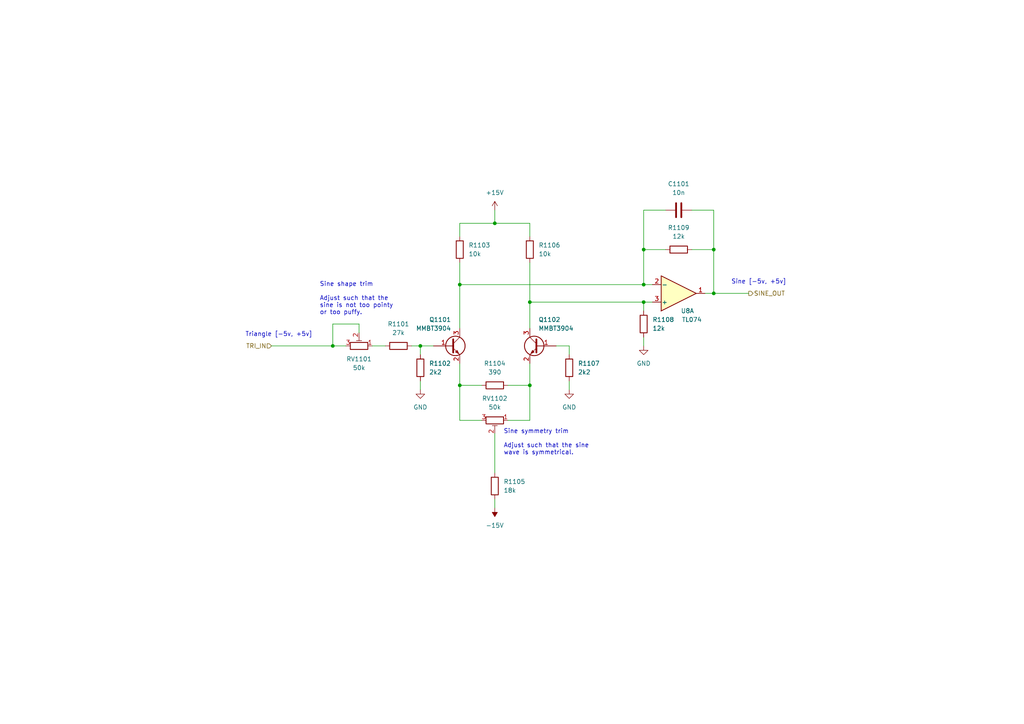
<source format=kicad_sch>
(kicad_sch (version 20230121) (generator eeschema)
  (paper "A4")
  (title_block (title "Josh Ox Ribon Synth Main VCO board") (date "2022-07-23") (rev "0.1") (comment 2 "creativecommons.org/licenses/by/4.0") (comment 3 "license: CC by 4.0") (comment 4 "Author: Jordan Acete"))
  (lib_symbols
    (symbol "Amplifier_Operational:TL074" (pin_names (offset 0.127))
      (property "Reference" "U" (at 0 5.08 0))
      (property "Value" "TL074" (at 0 -5.08 0))
      (symbol "TL074_1_1"
        (polyline (pts (xy -5.08 5.08) (xy 5.08 0) (xy -5.08 -5.08) (xy -5.08 5.08)) (stroke (width 0.254)) (fill (type background)))
        (pin output line (at 7.62 0 180) (length 2.54) (name "~") (number "1"))
        (pin input line (at -7.62 -2.54 0) (length 2.54) (name "-") (number "2"))
        (pin input line (at -7.62 2.54 0) (length 2.54) (name "+") (number "3"))
      )
      (symbol "TL074_2_1"
        (polyline (pts (xy -5.08 5.08) (xy 5.08 0) (xy -5.08 -5.08) (xy -5.08 5.08)) (stroke (width 0.254)) (fill (type background)))
        (pin input line (at -7.62 2.54 0) (length 2.54) (name "+") (number "5"))
        (pin input line (at -7.62 -2.54 0) (length 2.54) (name "-") (number "6"))
        (pin output line (at 7.62 0 180) (length 2.54) (name "~") (number "7"))
      )
      (symbol "TL074_3_1"
        (polyline (pts (xy -5.08 5.08) (xy 5.08 0) (xy -5.08 -5.08) (xy -5.08 5.08)) (stroke (width 0.254)) (fill (type background)))
        (pin input line (at -7.62 2.54 0) (length 2.54) (name "+") (number "10"))
        (pin output line (at 7.62 0 180) (length 2.54) (name "~") (number "8"))
        (pin input line (at -7.62 -2.54 0) (length 2.54) (name "-") (number "9"))
      )
      (symbol "TL074_4_1"
        (polyline (pts (xy -5.08 5.08) (xy 5.08 0) (xy -5.08 -5.08) (xy -5.08 5.08)) (stroke (width 0.254)) (fill (type background)))
        (pin input line (at -7.62 2.54 0) (length 2.54) (name "+") (number "12"))
        (pin input line (at -7.62 -2.54 0) (length 2.54) (name "-") (number "13"))
        (pin output line (at 7.62 0 180) (length 2.54) (name "~") (number "14"))
      )
      (symbol "TL074_5_1"
        (pin power_in line (at -2.54 -7.62 90) (length 3.81) (name "V-") (number "11"))
        (pin power_in line (at -2.54 7.62 270) (length 3.81) (name "V+") (number "4"))
      )
    )
    (symbol "Device:C" (pin_numbers hide) (pin_names (offset 0.254))
      (property "Reference" "C" (at 0.635 2.54 0))
      (property "Value" "C" (at 0.635 -2.54 0))
      (symbol "C_0_1"
        (polyline (pts (xy -2.032 -0.762) (xy 2.032 -0.762)) (stroke (width 0.508)))
        (polyline (pts (xy -2.032 0.762) (xy 2.032 0.762)) (stroke (width 0.508)))
      )
      (symbol "C_1_1"
        (pin passive line (at 0 3.81 270) (length 2.794) (name "~") (number "1"))
        (pin passive line (at 0 -3.81 90) (length 2.794) (name "~") (number "2"))
      )
    )
    (symbol "Device:R" (pin_numbers hide) (pin_names (offset 0))
      (property "Reference" "R" (at 2.032 0 90))
      (property "Value" "R" (at 0 0 90))
      (symbol "R_0_1"
        (rectangle (start -1.016 -2.54) (end 1.016 2.54) (stroke (width 0.254)))
      )
      (symbol "R_1_1"
        (pin passive line (at 0 3.81 270) (length 1.27) (name "~") (number "1"))
        (pin passive line (at 0 -3.81 90) (length 1.27) (name "~") (number "2"))
      )
    )
    (symbol "Device:R_Potentiometer_Trim" (pin_names (offset 1.016) hide)
      (property "Reference" "RV" (at -4.445 0 90))
      (property "Value" "R_Potentiometer_Trim" (at -2.54 0 90))
      (symbol "R_Potentiometer_Trim_0_1"
        (polyline (pts (xy 1.524 0.762) (xy 1.524 -0.762)))
        (polyline (pts (xy 2.54 0) (xy 1.524 0)))
        (rectangle (start 1.016 2.54) (end -1.016 -2.54) (stroke (width 0.254)))
      )
      (symbol "R_Potentiometer_Trim_1_1"
        (pin passive line (at 0 3.81 270) (length 1.27) (name "1") (number "1"))
        (pin passive line (at 3.81 0 180) (length 1.27) (name "2") (number "2"))
        (pin passive line (at 0 -3.81 90) (length 1.27) (name "3") (number "3"))
      )
    )
    (symbol "Transistor_BJT:MMBT3904" (pin_names (offset 0) hide)
      (property "Reference" "Q" (at 5.08 1.905 0))
      (property "Value" "MMBT3904" (at 5.08 0 0))
      (symbol "MMBT3904_0_1"
        (polyline (pts (xy 0.635 0.635) (xy 2.54 2.54)))
        (polyline (pts (xy 0.635 -0.635) (xy 2.54 -2.54) (xy 2.54 -2.54)))
        (polyline (pts (xy 0.635 1.905) (xy 0.635 -1.905) (xy 0.635 -1.905)) (stroke (width 0.508)))
        (polyline (pts (xy 1.27 -1.778) (xy 1.778 -1.27) (xy 2.286 -2.286) (xy 1.27 -1.778) (xy 1.27 -1.778)) (fill (type outline)))
        (circle (center 1.27 0) (radius 2.8194) (stroke (width 0.254)))
      )
      (symbol "MMBT3904_1_1"
        (pin input line (at -5.08 0 0) (length 5.715) (name "B") (number "1"))
        (pin passive line (at 2.54 -5.08 90) (length 2.54) (name "E") (number "2"))
        (pin passive line (at 2.54 5.08 270) (length 2.54) (name "C") (number "3"))
      )
    )
    (symbol "power:+15V" (power) (pin_names (offset 0))
      (property "Value" "+15V" (at 0 3.556 0))
      (symbol "+15V_0_1"
        (polyline (pts (xy -0.762 1.27) (xy 0 2.54)))
        (polyline (pts (xy 0 0) (xy 0 2.54)))
        (polyline (pts (xy 0 2.54) (xy 0.762 1.27)))
      )
      (symbol "+15V_1_1"
        (pin power_in line (at 0 0 90) (length 0) hide (name "+15V") (number "1"))
      )
    )
    (symbol "power:-15V" (power) (pin_names (offset 0))
      (property "Value" "-15V" (at 0 3.81 0))
      (symbol "-15V_0_0"
        (pin power_in line (at 0 0 90) (length 0) hide (name "-15V") (number "1"))
      )
      (symbol "-15V_0_1"
        (polyline (pts (xy 0 0) (xy 0 1.27) (xy 0.762 1.27) (xy 0 2.54) (xy -0.762 1.27) (xy 0 1.27)) (fill (type outline)))
      )
    )
    (symbol "power:GND" (power) (pin_names (offset 0))
      (property "Value" "GND" (at 0 -3.81 0))
      (symbol "GND_0_1"
        (polyline (pts (xy 0 0) (xy 0 -1.27) (xy 1.27 -1.27) (xy 0 -2.54) (xy -1.27 -1.27) (xy 0 -1.27)))
      )
      (symbol "GND_1_1"
        (pin power_in line (at 0 0 270) (length 0) hide (name "GND") (number "1"))
      )
    )
  )
  (junction (at 207.01 72.39))
  (junction (at 153.67 111.76))
  (junction (at 207.01 85.09))
  (junction (at 153.67 87.63))
  (junction (at 121.92 100.33))
  (junction (at 186.69 72.39))
  (junction (at 133.35 111.76))
  (junction (at 186.69 87.63))
  (junction (at 143.51 64.77))
  (junction (at 96.52 100.33))
  (junction (at 186.69 82.55))
  (junction (at 133.35 82.55))
  (wire (pts (xy 143.51 125.73) (xy 143.51 137.16)))
  (wire (pts (xy 207.01 72.39) (xy 200.66 72.39)))
  (wire (pts (xy 165.1 100.33) (xy 161.29 100.33)))
  (wire (pts (xy 133.35 82.55) (xy 133.35 95.25)))
  (wire (pts (xy 153.67 121.92) (xy 153.67 111.76)))
  (wire (pts (xy 104.14 93.98) (xy 104.14 96.52)))
  (wire (pts (xy 186.69 72.39) (xy 193.04 72.39)))
  (wire (pts (xy 139.7 121.92) (xy 133.35 121.92)))
  (wire (pts (xy 186.69 87.63) (xy 189.23 87.63)))
  (wire (pts (xy 143.51 64.77) (xy 133.35 64.77)))
  (wire (pts (xy 200.66 60.96) (xy 207.01 60.96)))
  (wire (pts (xy 186.69 82.55) (xy 186.69 72.39)))
  (wire (pts (xy 186.69 60.96) (xy 186.69 72.39)))
  (wire (pts (xy 153.67 68.58) (xy 153.67 64.77)))
  (wire (pts (xy 207.01 85.09) (xy 217.17 85.09)))
  (wire (pts (xy 186.69 90.17) (xy 186.69 87.63)))
  (wire (pts (xy 165.1 110.49) (xy 165.1 113.03)))
  (wire (pts (xy 121.92 110.49) (xy 121.92 113.03)))
  (wire (pts (xy 133.35 121.92) (xy 133.35 111.76)))
  (wire (pts (xy 133.35 111.76) (xy 139.7 111.76)))
  (wire (pts (xy 204.47 85.09) (xy 207.01 85.09)))
  (wire (pts (xy 153.67 87.63) (xy 153.67 95.25)))
  (wire (pts (xy 147.32 111.76) (xy 153.67 111.76)))
  (wire (pts (xy 133.35 64.77) (xy 133.35 68.58)))
  (wire (pts (xy 119.38 100.33) (xy 121.92 100.33)))
  (wire (pts (xy 165.1 102.87) (xy 165.1 100.33)))
  (wire (pts (xy 186.69 97.79) (xy 186.69 100.33)))
  (wire (pts (xy 100.33 100.33) (xy 96.52 100.33)))
  (wire (pts (xy 78.74 100.33) (xy 96.52 100.33)))
  (wire (pts (xy 147.32 121.92) (xy 153.67 121.92)))
  (wire (pts (xy 189.23 82.55) (xy 186.69 82.55)))
  (wire (pts (xy 153.67 87.63) (xy 186.69 87.63)))
  (wire (pts (xy 193.04 60.96) (xy 186.69 60.96)))
  (wire (pts (xy 207.01 85.09) (xy 207.01 72.39)))
  (wire (pts (xy 133.35 111.76) (xy 133.35 105.41)))
  (wire (pts (xy 121.92 102.87) (xy 121.92 100.33)))
  (wire (pts (xy 153.67 64.77) (xy 143.51 64.77)))
  (wire (pts (xy 153.67 76.2) (xy 153.67 87.63)))
  (wire (pts (xy 96.52 93.98) (xy 104.14 93.98)))
  (wire (pts (xy 207.01 60.96) (xy 207.01 72.39)))
  (wire (pts (xy 143.51 144.78) (xy 143.51 147.32)))
  (wire (pts (xy 133.35 82.55) (xy 186.69 82.55)))
  (wire (pts (xy 133.35 76.2) (xy 133.35 82.55)))
  (wire (pts (xy 121.92 100.33) (xy 125.73 100.33)))
  (wire (pts (xy 153.67 111.76) (xy 153.67 105.41)))
  (wire (pts (xy 143.51 60.96) (xy 143.51 64.77)))
  (wire (pts (xy 107.95 100.33) (xy 111.76 100.33)))
  (wire (pts (xy 96.52 100.33) (xy 96.52 93.98)))
  (text "Sine shape trim\n\nAdjust such that the\nsine is not too pointy\nor too puffy." (at 92.71 91.44 0) (effects (font (size 1.27 1.27)) (justify left bottom)))
  (text "Sine symmetry trim\n\nAdjust such that the sine\nwave is symmetrical." (at 146.05 132.08 0) (effects (font (size 1.27 1.27)) (justify left bottom)))
  (text "Triangle [-5v, +5v]" (at 71.12 97.79 0) (effects (font (size 1.27 1.27)) (justify left bottom)))
  (text "Sine [-5v, +5v]" (at 212.09 82.55 0) (effects (font (size 1.27 1.27)) (justify left bottom)))
  (hierarchical_label "TRI_IN" (shape input) (at 78.74 100.33 180))
  (hierarchical_label "SINE_OUT" (shape output) (at 217.17 85.09 0))
  (symbol (lib_id "power:GND") (at 121.92 113.03 0) (unit 1)
    (property "Reference" "#PWR01101" (effects hide))
    (property "Value" "GND" (at 121.92 118.11 0))
    (instances (project "main_VCO_board" (path "" (reference "#PWR01101") (unit 1)) (path "" (reference "#PWR01901") (unit 1))))
  )
  (symbol (lib_id "Device:R") (at 133.35 72.39 0) (unit 1)
    (property "Reference" "R1103" (at 135.89 71.1199 0) (effects (justify left)))
    (property "Value" "10k" (at 135.89 73.6599 0) (effects (justify left)))
    (property "Footprint" "Resistor_SMD:R_0805_2012Metric" (effects hide))
    (instances (project "main_VCO_board" (path "" (reference "R1103") (unit 1)) (path "" (reference "R1903") (unit 1))))
  )
  (symbol (lib_id "Device:R") (at 143.51 140.97 0) (unit 1)
    (property "Reference" "R1105" (at 146.05 139.6999 0) (effects (justify left)))
    (property "Value" "18k" (at 146.05 142.2399 0) (effects (justify left)))
    (property "Footprint" "Resistor_SMD:R_0805_2012Metric" (effects hide))
    (instances (project "main_VCO_board" (path "" (reference "R1105") (unit 1)) (path "" (reference "R1905") (unit 1))))
  )
  (symbol (lib_id "Device:R_Potentiometer_Trim") (at 104.14 100.33 270) (mirror x) (unit 1)
    (property "Reference" "RV1101" (at 104.14 104.14 90))
    (property "Value" "50k" (at 104.14 106.68 90))
    (property "Footprint" "Potentiometer_THT:Potentiometer_Bourns_3296W_Vertical" (effects hide))
    (instances (project "main_VCO_board" (path "" (reference "RV1101") (unit 1)) (path "" (reference "RV1901") (unit 1))))
  )
  (symbol (lib_id "Device:R") (at 153.67 72.39 0) (unit 1)
    (property "Reference" "R1106" (at 156.21 71.1199 0) (effects (justify left)))
    (property "Value" "10k" (at 156.21 73.6599 0) (effects (justify left)))
    (property "Footprint" "Resistor_SMD:R_0805_2012Metric" (effects hide))
    (instances (project "main_VCO_board" (path "" (reference "R1106") (unit 1)) (path "" (reference "R1906") (unit 1))))
  )
  (symbol (lib_id "Device:R") (at 165.1 106.68 0) (unit 1)
    (property "Reference" "R1107" (at 167.64 105.4099 0) (effects (justify left)))
    (property "Value" "2k2" (at 167.64 107.9499 0) (effects (justify left)))
    (property "Footprint" "Resistor_SMD:R_0805_2012Metric" (effects hide))
    (instances (project "main_VCO_board" (path "" (reference "R1107") (unit 1)) (path "" (reference "R1907") (unit 1))))
  )
  (symbol (lib_id "Device:R") (at 115.57 100.33 90) (unit 1)
    (property "Reference" "R1101" (at 115.57 93.98 90))
    (property "Value" "27k" (at 115.57 96.52 90))
    (property "Footprint" "Resistor_SMD:R_0805_2012Metric" (effects hide))
    (instances (project "main_VCO_board" (path "" (reference "R1101") (unit 1)) (path "" (reference "R1901") (unit 1))))
  )
  (symbol (lib_id "Device:R") (at 186.69 93.98 180) (unit 1)
    (property "Reference" "R1108" (at 189.23 92.7099 0) (effects (justify right)))
    (property "Value" "12k" (at 189.23 95.2499 0) (effects (justify right)))
    (property "Footprint" "Resistor_SMD:R_0805_2012Metric" (effects hide))
    (instances (project "main_VCO_board" (path "" (reference "R1108") (unit 1)) (path "" (reference "R1908") (unit 1))))
  )
  (symbol (lib_id "Transistor_BJT:MMBT3904") (at 156.21 100.33 0) (mirror y) (unit 1)
    (property "Reference" "Q1102" (at 162.56 92.71 0) (effects (justify left)))
    (property "Value" "MMBT3904" (at 166.37 95.25 0) (effects (justify left)))
    (property "Footprint" "Package_TO_SOT_SMD:SOT-23" (effects hide))
    (property "Datasheet" "https://www.onsemi.com/pub/Collateral/2N3903-D.PDF" (effects hide))
    (instances (project "main_VCO_board" (path "" (reference "Q1102") (unit 1)) (path "" (reference "Q1902") (unit 1))))
  )
  (symbol (lib_id "Device:R") (at 121.92 106.68 0) (unit 1)
    (property "Reference" "R1102" (at 124.46 105.4099 0) (effects (justify left)))
    (property "Value" "2k2" (at 124.46 107.9499 0) (effects (justify left)))
    (property "Footprint" "Resistor_SMD:R_0805_2012Metric" (effects hide))
    (instances (project "main_VCO_board" (path "" (reference "R1102") (unit 1)) (path "" (reference "R1902") (unit 1))))
  )
  (symbol (lib_id "Device:R") (at 143.51 111.76 90) (unit 1)
    (property "Reference" "R1104" (at 143.51 105.41 90))
    (property "Value" "390" (at 143.51 107.95 90))
    (property "Footprint" "Resistor_SMD:R_0805_2012Metric" (effects hide))
    (instances (project "main_VCO_board" (path "" (reference "R1104") (unit 1)) (path "" (reference "R1904") (unit 1))))
  )
  (symbol (lib_id "Device:R") (at 196.85 72.39 90) (unit 1)
    (property "Reference" "R1109" (at 196.85 66.04 90))
    (property "Value" "12k" (at 196.85 68.58 90))
    (property "Footprint" "Resistor_SMD:R_0805_2012Metric" (effects hide))
    (instances (project "main_VCO_board" (path "" (reference "R1109") (unit 1)) (path "" (reference "R1909") (unit 1))))
  )
  (symbol (lib_id "power:GND") (at 186.69 100.33 0) (unit 1)
    (property "Reference" "#PWR01105" (effects hide))
    (property "Value" "GND" (at 186.69 105.41 0))
    (instances (project "main_VCO_board" (path "" (reference "#PWR01105") (unit 1)) (path "" (reference "#PWR01905") (unit 1))))
  )
  (symbol (lib_id "power:-15V") (at 143.51 147.32 180) (unit 1)
    (property "Reference" "#PWR0111" (effects hide))
    (property "Value" "-15V" (at 143.51 152.4 0))
    (instances (project "main_VCO_board" (path "" (reference "#PWR0111") (unit 1)) (path "" (reference "#PWR0113") (unit 1))))
  )
  (symbol (lib_id "Device:C") (at 196.85 60.96 90) (unit 1)
    (property "Reference" "C1101" (at 196.85 53.34 90))
    (property "Value" "10n" (at 196.85 55.88 90))
    (property "Footprint" "Capacitor_SMD:C_0805_2012Metric" (effects hide))
    (instances (project "main_VCO_board" (path "" (reference "C1101") (unit 1)) (path "" (reference "C1901") (unit 1))))
  )
  (symbol (lib_id "Device:R_Potentiometer_Trim") (at 143.51 121.92 270) (unit 1)
    (property "Reference" "RV1102" (at 143.51 115.57 90))
    (property "Value" "50k" (at 143.51 118.11 90))
    (property "Footprint" "Potentiometer_THT:Potentiometer_Bourns_3296W_Vertical" (effects hide))
    (instances (project "main_VCO_board" (path "" (reference "RV1102") (unit 1)) (path "" (reference "RV1902") (unit 1))))
  )
  (symbol (lib_id "Transistor_BJT:MMBT3904") (at 130.81 100.33 0) (unit 1)
    (property "Reference" "Q1101" (at 124.46 92.71 0) (effects (justify left)))
    (property "Value" "MMBT3904" (at 120.65 95.25 0) (effects (justify left)))
    (property "Footprint" "Package_TO_SOT_SMD:SOT-23" (effects hide))
    (property "Datasheet" "https://www.onsemi.com/pub/Collateral/2N3903-D.PDF" (effects hide))
    (instances (project "main_VCO_board" (path "" (reference "Q1101") (unit 1)) (path "" (reference "Q1901") (unit 1))))
  )
  (symbol (lib_id "power:+15V") (at 143.51 60.96 0) (unit 1)
    (property "Reference" "#PWR0112" (effects hide))
    (property "Value" "+15V" (at 143.51 55.88 0))
    (instances (project "main_VCO_board" (path "" (reference "#PWR0112") (unit 1)) (path "" (reference "#PWR0114") (unit 1))))
  )
  (symbol (lib_id "Amplifier_Operational:TL074") (at 196.85 85.09 0) (mirror x) (unit 1)
    (property "Reference" "U8" (at 199.39 90.17 0))
    (property "Value" "TL074" (at 200.66 92.71 0))
    (property "Footprint" "Package_SO:SOIC-14_3.9x8.7mm_P1.27mm" (effects hide))
    (property "Datasheet" "http://www.ti.com/lit/ds/symlink/tl071.pdf" (effects hide))
    (instances (project "main_VCO_board" (path "" (reference "U8") (unit 1)) (path "" (reference "U14") (unit 4))))
  )
  (symbol (lib_id "power:GND") (at 165.1 113.03 0) (mirror y) (unit 1)
    (property "Reference" "#PWR01104" (effects hide))
    (property "Value" "GND" (at 165.1 118.11 0))
    (instances (project "main_VCO_board" (path "" (reference "#PWR01104") (unit 1)) (path "" (reference "#PWR01904") (unit 1))))
  )
)
</source>
